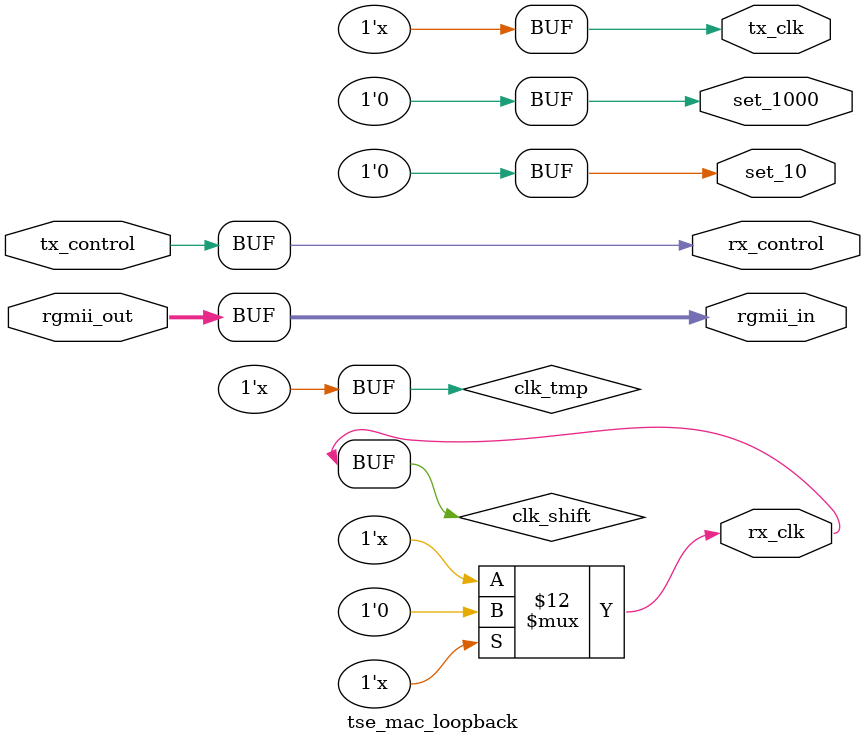
<source format=v>

`timescale 1ns / 1ps

module tse_mac_loopback (

  rx_clk,
  tx_clk,
  rgmii_out,
  tx_control,
  rgmii_in,
  rx_control,
  set_1000,
  set_10


);


  output rx_clk;
  output tx_clk;
  input [3:0] rgmii_out;
  input tx_control;
  output [3:0] rgmii_in;
  output rx_control;
  output set_1000;
  output set_10;


  reg clk_tmp;
  initial
     clk_tmp <= 1'b0;
  always
     #4 clk_tmp <= ~clk_tmp;
  reg clk_shift;
  reg start = 1'b0;
  always
     begin
     if(start == 1'b0)
        begin
        clk_shift <= 1'b0;
        #1 start <= 1'b1;
        end
     else
        begin
        #4 clk_shift <= ~clk_shift;
     end
  end

  assign rx_clk = clk_shift;
  assign tx_clk = clk_tmp;
  assign rgmii_in=rgmii_out;
  assign rx_control=tx_control;
  assign set_1000=0;
  assign set_10=0;


endmodule

</source>
